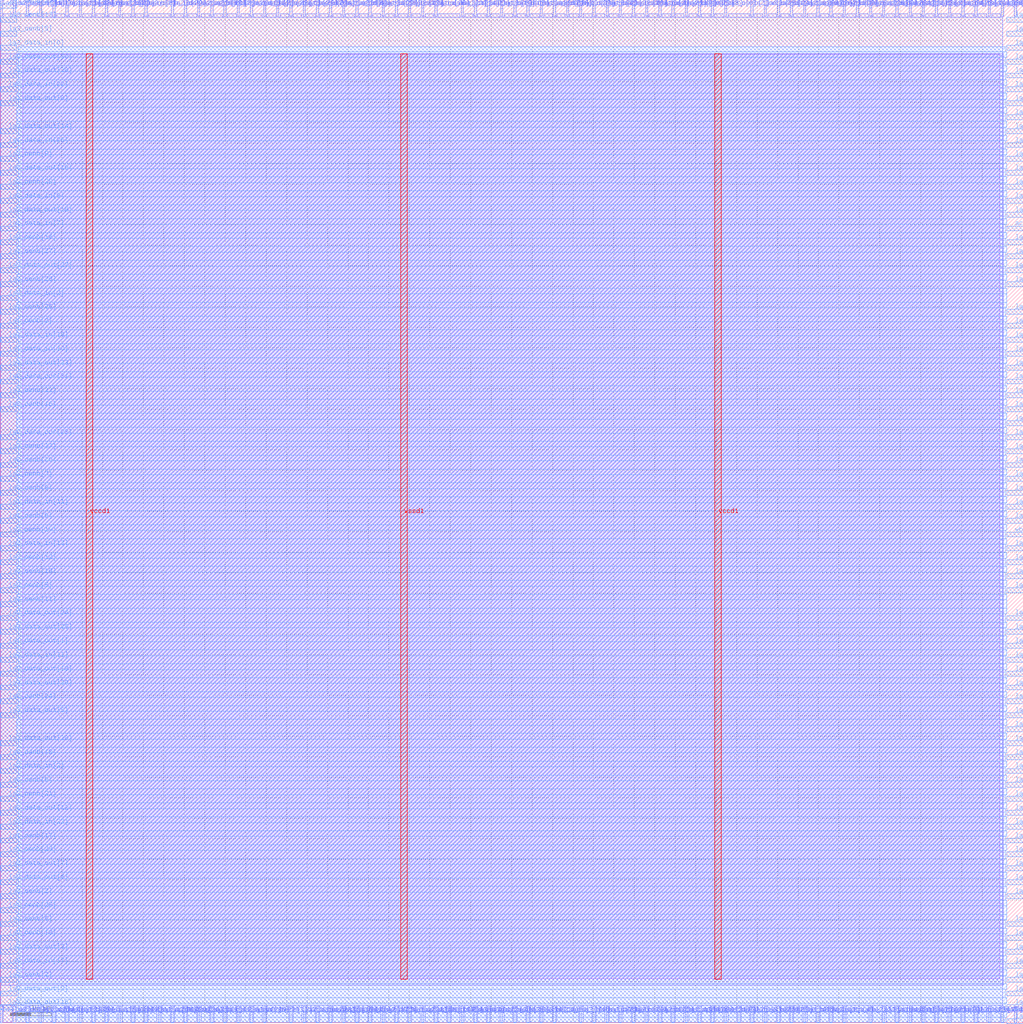
<source format=lef>
VERSION 5.7 ;
  NOWIREEXTENSIONATPIN ON ;
  DIVIDERCHAR "/" ;
  BUSBITCHARS "[]" ;
MACRO wrapped_instrumented_adder_sklansky
  CLASS BLOCK ;
  FOREIGN wrapped_instrumented_adder_sklansky ;
  ORIGIN 0.000 0.000 ;
  SIZE 250.000 BY 250.000 ;
  PIN active
    DIRECTION INPUT ;
    USE SIGNAL ;
    PORT
      LAYER met3 ;
        RECT 246.000 193.540 250.000 194.740 ;
    END
  END active
  PIN la1_data_in[0]
    DIRECTION INPUT ;
    USE SIGNAL ;
    PORT
      LAYER met2 ;
        RECT 64.350 246.000 64.910 250.000 ;
    END
  END la1_data_in[0]
  PIN la1_data_in[10]
    DIRECTION INPUT ;
    USE SIGNAL ;
    PORT
      LAYER met3 ;
        RECT 0.000 162.940 4.000 164.140 ;
    END
  END la1_data_in[10]
  PIN la1_data_in[11]
    DIRECTION INPUT ;
    USE SIGNAL ;
    PORT
      LAYER met3 ;
        RECT 0.000 125.540 4.000 126.740 ;
    END
  END la1_data_in[11]
  PIN la1_data_in[12]
    DIRECTION INPUT ;
    USE SIGNAL ;
    PORT
      LAYER met2 ;
        RECT 12.830 246.000 13.390 250.000 ;
    END
  END la1_data_in[12]
  PIN la1_data_in[13]
    DIRECTION INPUT ;
    USE SIGNAL ;
    PORT
      LAYER met3 ;
        RECT 246.000 169.740 250.000 170.940 ;
    END
  END la1_data_in[13]
  PIN la1_data_in[14]
    DIRECTION INPUT ;
    USE SIGNAL ;
    PORT
      LAYER met2 ;
        RECT 148.070 0.000 148.630 4.000 ;
    END
  END la1_data_in[14]
  PIN la1_data_in[15]
    DIRECTION INPUT ;
    USE SIGNAL ;
    PORT
      LAYER met2 ;
        RECT 77.230 0.000 77.790 4.000 ;
    END
  END la1_data_in[15]
  PIN la1_data_in[16]
    DIRECTION INPUT ;
    USE SIGNAL ;
    PORT
      LAYER met2 ;
        RECT 148.070 246.000 148.630 250.000 ;
    END
  END la1_data_in[16]
  PIN la1_data_in[17]
    DIRECTION INPUT ;
    USE SIGNAL ;
    PORT
      LAYER met2 ;
        RECT 93.330 246.000 93.890 250.000 ;
    END
  END la1_data_in[17]
  PIN la1_data_in[18]
    DIRECTION INPUT ;
    USE SIGNAL ;
    PORT
      LAYER met3 ;
        RECT 0.000 166.340 4.000 167.540 ;
    END
  END la1_data_in[18]
  PIN la1_data_in[19]
    DIRECTION INPUT ;
    USE SIGNAL ;
    PORT
      LAYER met3 ;
        RECT 246.000 20.140 250.000 21.340 ;
    END
  END la1_data_in[19]
  PIN la1_data_in[1]
    DIRECTION INPUT ;
    USE SIGNAL ;
    PORT
      LAYER met2 ;
        RECT 109.430 0.000 109.990 4.000 ;
    END
  END la1_data_in[1]
  PIN la1_data_in[20]
    DIRECTION INPUT ;
    USE SIGNAL ;
    PORT
      LAYER met2 ;
        RECT 180.270 0.000 180.830 4.000 ;
    END
  END la1_data_in[20]
  PIN la1_data_in[21]
    DIRECTION INPUT ;
    USE SIGNAL ;
    PORT
      LAYER met3 ;
        RECT 246.000 47.340 250.000 48.540 ;
    END
  END la1_data_in[21]
  PIN la1_data_in[22]
    DIRECTION INPUT ;
    USE SIGNAL ;
    PORT
      LAYER met2 ;
        RECT 235.010 0.000 235.570 4.000 ;
    END
  END la1_data_in[22]
  PIN la1_data_in[23]
    DIRECTION INPUT ;
    USE SIGNAL ;
    PORT
      LAYER met2 ;
        RECT 218.910 0.000 219.470 4.000 ;
    END
  END la1_data_in[23]
  PIN la1_data_in[24]
    DIRECTION INPUT ;
    USE SIGNAL ;
    PORT
      LAYER met3 ;
        RECT 246.000 3.140 250.000 4.340 ;
    END
  END la1_data_in[24]
  PIN la1_data_in[25]
    DIRECTION INPUT ;
    USE SIGNAL ;
    PORT
      LAYER met2 ;
        RECT 241.450 0.000 242.010 4.000 ;
    END
  END la1_data_in[25]
  PIN la1_data_in[26]
    DIRECTION INPUT ;
    USE SIGNAL ;
    PORT
      LAYER met3 ;
        RECT 0.000 213.940 4.000 215.140 ;
    END
  END la1_data_in[26]
  PIN la1_data_in[27]
    DIRECTION INPUT ;
    USE SIGNAL ;
    PORT
      LAYER met3 ;
        RECT 246.000 230.940 250.000 232.140 ;
    END
  END la1_data_in[27]
  PIN la1_data_in[28]
    DIRECTION INPUT ;
    USE SIGNAL ;
    PORT
      LAYER met3 ;
        RECT 246.000 145.940 250.000 147.140 ;
    END
  END la1_data_in[28]
  PIN la1_data_in[29]
    DIRECTION INPUT ;
    USE SIGNAL ;
    PORT
      LAYER met3 ;
        RECT 246.000 115.340 250.000 116.540 ;
    END
  END la1_data_in[29]
  PIN la1_data_in[2]
    DIRECTION INPUT ;
    USE SIGNAL ;
    PORT
      LAYER met2 ;
        RECT 25.710 0.000 26.270 4.000 ;
    END
  END la1_data_in[2]
  PIN la1_data_in[30]
    DIRECTION INPUT ;
    USE SIGNAL ;
    PORT
      LAYER met3 ;
        RECT 246.000 37.140 250.000 38.340 ;
    END
  END la1_data_in[30]
  PIN la1_data_in[31]
    DIRECTION INPUT ;
    USE SIGNAL ;
    PORT
      LAYER met2 ;
        RECT 9.610 246.000 10.170 250.000 ;
    END
  END la1_data_in[31]
  PIN la1_data_in[3]
    DIRECTION INPUT ;
    USE SIGNAL ;
    PORT
      LAYER met2 ;
        RECT 206.030 0.000 206.590 4.000 ;
    END
  END la1_data_in[3]
  PIN la1_data_in[4]
    DIRECTION INPUT ;
    USE SIGNAL ;
    PORT
      LAYER met2 ;
        RECT 199.590 0.000 200.150 4.000 ;
    END
  END la1_data_in[4]
  PIN la1_data_in[5]
    DIRECTION INPUT ;
    USE SIGNAL ;
    PORT
      LAYER met3 ;
        RECT 246.000 166.340 250.000 167.540 ;
    END
  END la1_data_in[5]
  PIN la1_data_in[6]
    DIRECTION INPUT ;
    USE SIGNAL ;
    PORT
      LAYER met3 ;
        RECT 246.000 43.940 250.000 45.140 ;
    END
  END la1_data_in[6]
  PIN la1_data_in[7]
    DIRECTION INPUT ;
    USE SIGNAL ;
    PORT
      LAYER met3 ;
        RECT 0.000 193.540 4.000 194.740 ;
    END
  END la1_data_in[7]
  PIN la1_data_in[8]
    DIRECTION INPUT ;
    USE SIGNAL ;
    PORT
      LAYER met2 ;
        RECT 196.370 0.000 196.930 4.000 ;
    END
  END la1_data_in[8]
  PIN la1_data_in[9]
    DIRECTION INPUT ;
    USE SIGNAL ;
    PORT
      LAYER met2 ;
        RECT 177.050 0.000 177.610 4.000 ;
    END
  END la1_data_in[9]
  PIN la1_data_out[0]
    DIRECTION INOUT ;
    USE SIGNAL ;
    PORT
      LAYER met3 ;
        RECT 0.000 224.140 4.000 225.340 ;
    END
  END la1_data_out[0]
  PIN la1_data_out[10]
    DIRECTION INOUT ;
    USE SIGNAL ;
    PORT
      LAYER met2 ;
        RECT 160.950 246.000 161.510 250.000 ;
    END
  END la1_data_out[10]
  PIN la1_data_out[11]
    DIRECTION INOUT ;
    USE SIGNAL ;
    PORT
      LAYER met2 ;
        RECT 99.770 0.000 100.330 4.000 ;
    END
  END la1_data_out[11]
  PIN la1_data_out[12]
    DIRECTION INOUT ;
    USE SIGNAL ;
    PORT
      LAYER met3 ;
        RECT 246.000 190.140 250.000 191.340 ;
    END
  END la1_data_out[12]
  PIN la1_data_out[13]
    DIRECTION INOUT ;
    USE SIGNAL ;
    PORT
      LAYER met3 ;
        RECT 246.000 139.140 250.000 140.340 ;
    END
  END la1_data_out[13]
  PIN la1_data_out[14]
    DIRECTION INOUT ;
    USE SIGNAL ;
    PORT
      LAYER met2 ;
        RECT 106.210 246.000 106.770 250.000 ;
    END
  END la1_data_out[14]
  PIN la1_data_out[15]
    DIRECTION INOUT ;
    USE SIGNAL ;
    PORT
      LAYER met2 ;
        RECT 54.690 0.000 55.250 4.000 ;
    END
  END la1_data_out[15]
  PIN la1_data_out[16]
    DIRECTION INOUT ;
    USE SIGNAL ;
    PORT
      LAYER met2 ;
        RECT 125.530 246.000 126.090 250.000 ;
    END
  END la1_data_out[16]
  PIN la1_data_out[17]
    DIRECTION INOUT ;
    USE SIGNAL ;
    PORT
      LAYER met2 ;
        RECT 54.690 246.000 55.250 250.000 ;
    END
  END la1_data_out[17]
  PIN la1_data_out[18]
    DIRECTION INOUT ;
    USE SIGNAL ;
    PORT
      LAYER met2 ;
        RECT 128.750 246.000 129.310 250.000 ;
    END
  END la1_data_out[18]
  PIN la1_data_out[19]
    DIRECTION INOUT ;
    USE SIGNAL ;
    PORT
      LAYER met3 ;
        RECT 246.000 81.340 250.000 82.540 ;
    END
  END la1_data_out[19]
  PIN la1_data_out[1]
    DIRECTION INOUT ;
    USE SIGNAL ;
    PORT
      LAYER met3 ;
        RECT 0.000 91.540 4.000 92.740 ;
    END
  END la1_data_out[1]
  PIN la1_data_out[20]
    DIRECTION INOUT ;
    USE SIGNAL ;
    PORT
      LAYER met3 ;
        RECT 0.000 230.940 4.000 232.140 ;
    END
  END la1_data_out[20]
  PIN la1_data_out[21]
    DIRECTION INOUT ;
    USE SIGNAL ;
    PORT
      LAYER met2 ;
        RECT 167.390 0.000 167.950 4.000 ;
    END
  END la1_data_out[21]
  PIN la1_data_out[22]
    DIRECTION INOUT ;
    USE SIGNAL ;
    PORT
      LAYER met2 ;
        RECT 19.270 246.000 19.830 250.000 ;
    END
  END la1_data_out[22]
  PIN la1_data_out[23]
    DIRECTION INOUT ;
    USE SIGNAL ;
    PORT
      LAYER met3 ;
        RECT 0.000 159.540 4.000 160.740 ;
    END
  END la1_data_out[23]
  PIN la1_data_out[24]
    DIRECTION INOUT ;
    USE SIGNAL ;
    PORT
      LAYER met2 ;
        RECT 215.690 0.000 216.250 4.000 ;
    END
  END la1_data_out[24]
  PIN la1_data_out[25]
    DIRECTION INOUT ;
    USE SIGNAL ;
    PORT
      LAYER met2 ;
        RECT 235.010 246.000 235.570 250.000 ;
    END
  END la1_data_out[25]
  PIN la1_data_out[26]
    DIRECTION INOUT ;
    USE SIGNAL ;
    PORT
      LAYER met3 ;
        RECT 246.000 237.740 250.000 238.940 ;
    END
  END la1_data_out[26]
  PIN la1_data_out[27]
    DIRECTION INOUT ;
    USE SIGNAL ;
    PORT
      LAYER met3 ;
        RECT 246.000 105.140 250.000 106.340 ;
    END
  END la1_data_out[27]
  PIN la1_data_out[28]
    DIRECTION INOUT ;
    USE SIGNAL ;
    PORT
      LAYER met3 ;
        RECT 246.000 207.140 250.000 208.340 ;
    END
  END la1_data_out[28]
  PIN la1_data_out[29]
    DIRECTION INOUT ;
    USE SIGNAL ;
    PORT
      LAYER met2 ;
        RECT 193.150 246.000 193.710 250.000 ;
    END
  END la1_data_out[29]
  PIN la1_data_out[2]
    DIRECTION INOUT ;
    USE SIGNAL ;
    PORT
      LAYER met2 ;
        RECT 225.350 0.000 225.910 4.000 ;
    END
  END la1_data_out[2]
  PIN la1_data_out[30]
    DIRECTION INOUT ;
    USE SIGNAL ;
    PORT
      LAYER met2 ;
        RECT 38.590 0.000 39.150 4.000 ;
    END
  END la1_data_out[30]
  PIN la1_data_out[31]
    DIRECTION INOUT ;
    USE SIGNAL ;
    PORT
      LAYER met2 ;
        RECT 212.470 246.000 213.030 250.000 ;
    END
  END la1_data_out[31]
  PIN la1_data_out[3]
    DIRECTION INOUT ;
    USE SIGNAL ;
    PORT
      LAYER met2 ;
        RECT 86.890 0.000 87.450 4.000 ;
    END
  END la1_data_out[3]
  PIN la1_data_out[4]
    DIRECTION INOUT ;
    USE SIGNAL ;
    PORT
      LAYER met3 ;
        RECT 246.000 128.940 250.000 130.140 ;
    END
  END la1_data_out[4]
  PIN la1_data_out[5]
    DIRECTION INOUT ;
    USE SIGNAL ;
    PORT
      LAYER met2 ;
        RECT 19.270 0.000 19.830 4.000 ;
    END
  END la1_data_out[5]
  PIN la1_data_out[6]
    DIRECTION INOUT ;
    USE SIGNAL ;
    PORT
      LAYER met3 ;
        RECT 246.000 196.940 250.000 198.140 ;
    END
  END la1_data_out[6]
  PIN la1_data_out[7]
    DIRECTION INOUT ;
    USE SIGNAL ;
    PORT
      LAYER met2 ;
        RECT 135.190 246.000 135.750 250.000 ;
    END
  END la1_data_out[7]
  PIN la1_data_out[8]
    DIRECTION INOUT ;
    USE SIGNAL ;
    PORT
      LAYER met2 ;
        RECT 199.590 246.000 200.150 250.000 ;
    END
  END la1_data_out[8]
  PIN la1_data_out[9]
    DIRECTION INOUT ;
    USE SIGNAL ;
    PORT
      LAYER met3 ;
        RECT 246.000 60.940 250.000 62.140 ;
    END
  END la1_data_out[9]
  PIN la1_oenb[0]
    DIRECTION INPUT ;
    USE SIGNAL ;
    PORT
      LAYER met2 ;
        RECT 74.010 246.000 74.570 250.000 ;
    END
  END la1_oenb[0]
  PIN la1_oenb[10]
    DIRECTION INPUT ;
    USE SIGNAL ;
    PORT
      LAYER met3 ;
        RECT 246.000 98.340 250.000 99.540 ;
    END
  END la1_oenb[10]
  PIN la1_oenb[11]
    DIRECTION INPUT ;
    USE SIGNAL ;
    PORT
      LAYER met3 ;
        RECT 246.000 67.740 250.000 68.940 ;
    END
  END la1_oenb[11]
  PIN la1_oenb[12]
    DIRECTION INPUT ;
    USE SIGNAL ;
    PORT
      LAYER met3 ;
        RECT 246.000 135.740 250.000 136.940 ;
    END
  END la1_oenb[12]
  PIN la1_oenb[13]
    DIRECTION INPUT ;
    USE SIGNAL ;
    PORT
      LAYER met2 ;
        RECT 64.350 0.000 64.910 4.000 ;
    END
  END la1_oenb[13]
  PIN la1_oenb[14]
    DIRECTION INPUT ;
    USE SIGNAL ;
    PORT
      LAYER met3 ;
        RECT 246.000 217.340 250.000 218.540 ;
    END
  END la1_oenb[14]
  PIN la1_oenb[15]
    DIRECTION INPUT ;
    USE SIGNAL ;
    PORT
      LAYER met2 ;
        RECT 96.550 246.000 97.110 250.000 ;
    END
  END la1_oenb[15]
  PIN la1_oenb[16]
    DIRECTION INPUT ;
    USE SIGNAL ;
    PORT
      LAYER met2 ;
        RECT 122.310 246.000 122.870 250.000 ;
    END
  END la1_oenb[16]
  PIN la1_oenb[17]
    DIRECTION INPUT ;
    USE SIGNAL ;
    PORT
      LAYER met3 ;
        RECT 0.000 43.940 4.000 45.140 ;
    END
  END la1_oenb[17]
  PIN la1_oenb[18]
    DIRECTION INPUT ;
    USE SIGNAL ;
    PORT
      LAYER met2 ;
        RECT 131.970 246.000 132.530 250.000 ;
    END
  END la1_oenb[18]
  PIN la1_oenb[19]
    DIRECTION INPUT ;
    USE SIGNAL ;
    PORT
      LAYER met3 ;
        RECT 246.000 23.540 250.000 24.740 ;
    END
  END la1_oenb[19]
  PIN la1_oenb[1]
    DIRECTION INPUT ;
    USE SIGNAL ;
    PORT
      LAYER met3 ;
        RECT 246.000 241.140 250.000 242.340 ;
    END
  END la1_oenb[1]
  PIN la1_oenb[20]
    DIRECTION INPUT ;
    USE SIGNAL ;
    PORT
      LAYER met2 ;
        RECT 106.210 0.000 106.770 4.000 ;
    END
  END la1_oenb[20]
  PIN la1_oenb[21]
    DIRECTION INPUT ;
    USE SIGNAL ;
    PORT
      LAYER met2 ;
        RECT 112.650 246.000 113.210 250.000 ;
    END
  END la1_oenb[21]
  PIN la1_oenb[22]
    DIRECTION INPUT ;
    USE SIGNAL ;
    PORT
      LAYER met2 ;
        RECT 61.130 0.000 61.690 4.000 ;
    END
  END la1_oenb[22]
  PIN la1_oenb[23]
    DIRECTION INPUT ;
    USE SIGNAL ;
    PORT
      LAYER met3 ;
        RECT 0.000 247.940 4.000 249.140 ;
    END
  END la1_oenb[23]
  PIN la1_oenb[24]
    DIRECTION INPUT ;
    USE SIGNAL ;
    PORT
      LAYER met2 ;
        RECT 247.890 0.000 248.450 4.000 ;
    END
  END la1_oenb[24]
  PIN la1_oenb[25]
    DIRECTION INPUT ;
    USE SIGNAL ;
    PORT
      LAYER met3 ;
        RECT 0.000 26.940 4.000 28.140 ;
    END
  END la1_oenb[25]
  PIN la1_oenb[26]
    DIRECTION INPUT ;
    USE SIGNAL ;
    PORT
      LAYER met3 ;
        RECT 0.000 173.140 4.000 174.340 ;
    END
  END la1_oenb[26]
  PIN la1_oenb[27]
    DIRECTION INPUT ;
    USE SIGNAL ;
    PORT
      LAYER met3 ;
        RECT 0.000 186.740 4.000 187.940 ;
    END
  END la1_oenb[27]
  PIN la1_oenb[28]
    DIRECTION INPUT ;
    USE SIGNAL ;
    PORT
      LAYER met3 ;
        RECT 0.000 40.540 4.000 41.740 ;
    END
  END la1_oenb[28]
  PIN la1_oenb[29]
    DIRECTION INPUT ;
    USE SIGNAL ;
    PORT
      LAYER met3 ;
        RECT 246.000 71.140 250.000 72.340 ;
    END
  END la1_oenb[29]
  PIN la1_oenb[2]
    DIRECTION INPUT ;
    USE SIGNAL ;
    PORT
      LAYER met3 ;
        RECT 0.000 169.740 4.000 170.940 ;
    END
  END la1_oenb[2]
  PIN la1_oenb[30]
    DIRECTION INPUT ;
    USE SIGNAL ;
    PORT
      LAYER met3 ;
        RECT 246.000 152.740 250.000 153.940 ;
    END
  END la1_oenb[30]
  PIN la1_oenb[31]
    DIRECTION INPUT ;
    USE SIGNAL ;
    PORT
      LAYER met2 ;
        RECT 25.710 246.000 26.270 250.000 ;
    END
  END la1_oenb[31]
  PIN la1_oenb[3]
    DIRECTION INPUT ;
    USE SIGNAL ;
    PORT
      LAYER met2 ;
        RECT 57.910 0.000 58.470 4.000 ;
    END
  END la1_oenb[3]
  PIN la1_oenb[4]
    DIRECTION INPUT ;
    USE SIGNAL ;
    PORT
      LAYER met2 ;
        RECT 28.930 0.000 29.490 4.000 ;
    END
  END la1_oenb[4]
  PIN la1_oenb[5]
    DIRECTION INPUT ;
    USE SIGNAL ;
    PORT
      LAYER met2 ;
        RECT 83.670 246.000 84.230 250.000 ;
    END
  END la1_oenb[5]
  PIN la1_oenb[6]
    DIRECTION INPUT ;
    USE SIGNAL ;
    PORT
      LAYER met3 ;
        RECT 0.000 23.540 4.000 24.740 ;
    END
  END la1_oenb[6]
  PIN la1_oenb[7]
    DIRECTION INPUT ;
    USE SIGNAL ;
    PORT
      LAYER met3 ;
        RECT 246.000 213.940 250.000 215.140 ;
    END
  END la1_oenb[7]
  PIN la1_oenb[8]
    DIRECTION INPUT ;
    USE SIGNAL ;
    PORT
      LAYER met3 ;
        RECT 0.000 122.140 4.000 123.340 ;
    END
  END la1_oenb[8]
  PIN la1_oenb[9]
    DIRECTION INPUT ;
    USE SIGNAL ;
    PORT
      LAYER met2 ;
        RECT 228.570 0.000 229.130 4.000 ;
    END
  END la1_oenb[9]
  PIN la2_data_in[0]
    DIRECTION INPUT ;
    USE SIGNAL ;
    PORT
      LAYER met3 ;
        RECT 0.000 237.740 4.000 238.940 ;
    END
  END la2_data_in[0]
  PIN la2_data_in[10]
    DIRECTION INPUT ;
    USE SIGNAL ;
    PORT
      LAYER met2 ;
        RECT 12.830 0.000 13.390 4.000 ;
    END
  END la2_data_in[10]
  PIN la2_data_in[11]
    DIRECTION INPUT ;
    USE SIGNAL ;
    PORT
      LAYER met3 ;
        RECT 0.000 88.140 4.000 89.340 ;
    END
  END la2_data_in[11]
  PIN la2_data_in[12]
    DIRECTION INPUT ;
    USE SIGNAL ;
    PORT
      LAYER met2 ;
        RECT 218.910 246.000 219.470 250.000 ;
    END
  END la2_data_in[12]
  PIN la2_data_in[13]
    DIRECTION INPUT ;
    USE SIGNAL ;
    PORT
      LAYER met3 ;
        RECT 0.000 115.340 4.000 116.540 ;
    END
  END la2_data_in[13]
  PIN la2_data_in[14]
    DIRECTION INPUT ;
    USE SIGNAL ;
    PORT
      LAYER met2 ;
        RECT 80.450 0.000 81.010 4.000 ;
    END
  END la2_data_in[14]
  PIN la2_data_in[15]
    DIRECTION INPUT ;
    USE SIGNAL ;
    PORT
      LAYER met2 ;
        RECT 238.230 246.000 238.790 250.000 ;
    END
  END la2_data_in[15]
  PIN la2_data_in[16]
    DIRECTION INPUT ;
    USE SIGNAL ;
    PORT
      LAYER met3 ;
        RECT 246.000 -0.260 250.000 0.940 ;
    END
  END la2_data_in[16]
  PIN la2_data_in[17]
    DIRECTION INPUT ;
    USE SIGNAL ;
    PORT
      LAYER met3 ;
        RECT 246.000 159.540 250.000 160.740 ;
    END
  END la2_data_in[17]
  PIN la2_data_in[18]
    DIRECTION INPUT ;
    USE SIGNAL ;
    PORT
      LAYER met2 ;
        RECT 45.030 246.000 45.590 250.000 ;
    END
  END la2_data_in[18]
  PIN la2_data_in[19]
    DIRECTION INPUT ;
    USE SIGNAL ;
    PORT
      LAYER met3 ;
        RECT 246.000 6.540 250.000 7.740 ;
    END
  END la2_data_in[19]
  PIN la2_data_in[1]
    DIRECTION INPUT ;
    USE SIGNAL ;
    PORT
      LAYER met3 ;
        RECT 246.000 108.540 250.000 109.740 ;
    END
  END la2_data_in[1]
  PIN la2_data_in[20]
    DIRECTION INPUT ;
    USE SIGNAL ;
    PORT
      LAYER met2 ;
        RECT 41.810 0.000 42.370 4.000 ;
    END
  END la2_data_in[20]
  PIN la2_data_in[21]
    DIRECTION INPUT ;
    USE SIGNAL ;
    PORT
      LAYER met2 ;
        RECT 141.630 0.000 142.190 4.000 ;
    END
  END la2_data_in[21]
  PIN la2_data_in[22]
    DIRECTION INPUT ;
    USE SIGNAL ;
    PORT
      LAYER met2 ;
        RECT 61.130 246.000 61.690 250.000 ;
    END
  END la2_data_in[22]
  PIN la2_data_in[23]
    DIRECTION INPUT ;
    USE SIGNAL ;
    PORT
      LAYER met2 ;
        RECT 228.570 246.000 229.130 250.000 ;
    END
  END la2_data_in[23]
  PIN la2_data_in[24]
    DIRECTION INPUT ;
    USE SIGNAL ;
    PORT
      LAYER met2 ;
        RECT 80.450 246.000 81.010 250.000 ;
    END
  END la2_data_in[24]
  PIN la2_data_in[25]
    DIRECTION INPUT ;
    USE SIGNAL ;
    PORT
      LAYER met2 ;
        RECT 102.990 0.000 103.550 4.000 ;
    END
  END la2_data_in[25]
  PIN la2_data_in[26]
    DIRECTION INPUT ;
    USE SIGNAL ;
    PORT
      LAYER met2 ;
        RECT 99.770 246.000 100.330 250.000 ;
    END
  END la2_data_in[26]
  PIN la2_data_in[27]
    DIRECTION INPUT ;
    USE SIGNAL ;
    PORT
      LAYER met2 ;
        RECT 231.790 0.000 232.350 4.000 ;
    END
  END la2_data_in[27]
  PIN la2_data_in[28]
    DIRECTION INPUT ;
    USE SIGNAL ;
    PORT
      LAYER met2 ;
        RECT 67.570 246.000 68.130 250.000 ;
    END
  END la2_data_in[28]
  PIN la2_data_in[29]
    DIRECTION INPUT ;
    USE SIGNAL ;
    PORT
      LAYER met2 ;
        RECT 35.370 246.000 35.930 250.000 ;
    END
  END la2_data_in[29]
  PIN la2_data_in[2]
    DIRECTION INPUT ;
    USE SIGNAL ;
    PORT
      LAYER met3 ;
        RECT 0.000 60.940 4.000 62.140 ;
    END
  END la2_data_in[2]
  PIN la2_data_in[30]
    DIRECTION INPUT ;
    USE SIGNAL ;
    PORT
      LAYER met3 ;
        RECT 246.000 16.740 250.000 17.940 ;
    END
  END la2_data_in[30]
  PIN la2_data_in[31]
    DIRECTION INPUT ;
    USE SIGNAL ;
    PORT
      LAYER met2 ;
        RECT 122.310 0.000 122.870 4.000 ;
    END
  END la2_data_in[31]
  PIN la2_data_in[3]
    DIRECTION INPUT ;
    USE SIGNAL ;
    PORT
      LAYER met2 ;
        RECT 196.370 246.000 196.930 250.000 ;
    END
  END la2_data_in[3]
  PIN la2_data_in[4]
    DIRECTION INPUT ;
    USE SIGNAL ;
    PORT
      LAYER met2 ;
        RECT 154.510 246.000 155.070 250.000 ;
    END
  END la2_data_in[4]
  PIN la2_data_in[5]
    DIRECTION INPUT ;
    USE SIGNAL ;
    PORT
      LAYER met2 ;
        RECT 222.130 246.000 222.690 250.000 ;
    END
  END la2_data_in[5]
  PIN la2_data_in[6]
    DIRECTION INPUT ;
    USE SIGNAL ;
    PORT
      LAYER met2 ;
        RECT 135.190 0.000 135.750 4.000 ;
    END
  END la2_data_in[6]
  PIN la2_data_in[7]
    DIRECTION INPUT ;
    USE SIGNAL ;
    PORT
      LAYER met2 ;
        RECT 189.930 0.000 190.490 4.000 ;
    END
  END la2_data_in[7]
  PIN la2_data_in[8]
    DIRECTION INPUT ;
    USE SIGNAL ;
    PORT
      LAYER met2 ;
        RECT 57.910 246.000 58.470 250.000 ;
    END
  END la2_data_in[8]
  PIN la2_data_in[9]
    DIRECTION INPUT ;
    USE SIGNAL ;
    PORT
      LAYER met3 ;
        RECT 0.000 200.340 4.000 201.540 ;
    END
  END la2_data_in[9]
  PIN la2_data_out[0]
    DIRECTION INOUT ;
    USE SIGNAL ;
    PORT
      LAYER met3 ;
        RECT 246.000 132.340 250.000 133.540 ;
    END
  END la2_data_out[0]
  PIN la2_data_out[10]
    DIRECTION INOUT ;
    USE SIGNAL ;
    PORT
      LAYER met3 ;
        RECT 246.000 156.140 250.000 157.340 ;
    END
  END la2_data_out[10]
  PIN la2_data_out[11]
    DIRECTION INOUT ;
    USE SIGNAL ;
    PORT
      LAYER met2 ;
        RECT -0.050 246.000 0.510 250.000 ;
    END
  END la2_data_out[11]
  PIN la2_data_out[12]
    DIRECTION INOUT ;
    USE SIGNAL ;
    PORT
      LAYER met3 ;
        RECT 0.000 50.740 4.000 51.940 ;
    END
  END la2_data_out[12]
  PIN la2_data_out[13]
    DIRECTION INOUT ;
    USE SIGNAL ;
    PORT
      LAYER met2 ;
        RECT 160.950 0.000 161.510 4.000 ;
    END
  END la2_data_out[13]
  PIN la2_data_out[14]
    DIRECTION INOUT ;
    USE SIGNAL ;
    PORT
      LAYER met3 ;
        RECT 0.000 217.340 4.000 218.540 ;
    END
  END la2_data_out[14]
  PIN la2_data_out[15]
    DIRECTION INOUT ;
    USE SIGNAL ;
    PORT
      LAYER met3 ;
        RECT 0.000 196.940 4.000 198.140 ;
    END
  END la2_data_out[15]
  PIN la2_data_out[16]
    DIRECTION INOUT ;
    USE SIGNAL ;
    PORT
      LAYER met2 ;
        RECT 77.230 246.000 77.790 250.000 ;
    END
  END la2_data_out[16]
  PIN la2_data_out[17]
    DIRECTION INOUT ;
    USE SIGNAL ;
    PORT
      LAYER met2 ;
        RECT 86.890 246.000 87.450 250.000 ;
    END
  END la2_data_out[17]
  PIN la2_data_out[18]
    DIRECTION INOUT ;
    USE SIGNAL ;
    PORT
      LAYER met3 ;
        RECT 0.000 84.740 4.000 85.940 ;
    END
  END la2_data_out[18]
  PIN la2_data_out[19]
    DIRECTION INOUT ;
    USE SIGNAL ;
    PORT
      LAYER met2 ;
        RECT 41.810 246.000 42.370 250.000 ;
    END
  END la2_data_out[19]
  PIN la2_data_out[1]
    DIRECTION INOUT ;
    USE SIGNAL ;
    PORT
      LAYER met3 ;
        RECT 246.000 234.340 250.000 235.540 ;
    END
  END la2_data_out[1]
  PIN la2_data_out[20]
    DIRECTION INOUT ;
    USE SIGNAL ;
    PORT
      LAYER met3 ;
        RECT 0.000 67.740 4.000 68.940 ;
    END
  END la2_data_out[20]
  PIN la2_data_out[21]
    DIRECTION INOUT ;
    USE SIGNAL ;
    PORT
      LAYER met2 ;
        RECT 93.330 0.000 93.890 4.000 ;
    END
  END la2_data_out[21]
  PIN la2_data_out[22]
    DIRECTION INOUT ;
    USE SIGNAL ;
    PORT
      LAYER met3 ;
        RECT 246.000 149.340 250.000 150.540 ;
    END
  END la2_data_out[22]
  PIN la2_data_out[23]
    DIRECTION INOUT ;
    USE SIGNAL ;
    PORT
      LAYER met3 ;
        RECT 0.000 142.540 4.000 143.740 ;
    END
  END la2_data_out[23]
  PIN la2_data_out[24]
    DIRECTION INOUT ;
    USE SIGNAL ;
    PORT
      LAYER met3 ;
        RECT 0.000 98.340 4.000 99.540 ;
    END
  END la2_data_out[24]
  PIN la2_data_out[25]
    DIRECTION INOUT ;
    USE SIGNAL ;
    PORT
      LAYER met2 ;
        RECT 206.030 246.000 206.590 250.000 ;
    END
  END la2_data_out[25]
  PIN la2_data_out[26]
    DIRECTION INOUT ;
    USE SIGNAL ;
    PORT
      LAYER met2 ;
        RECT 96.550 0.000 97.110 4.000 ;
    END
  END la2_data_out[26]
  PIN la2_data_out[27]
    DIRECTION INOUT ;
    USE SIGNAL ;
    PORT
      LAYER met2 ;
        RECT 189.930 246.000 190.490 250.000 ;
    END
  END la2_data_out[27]
  PIN la2_data_out[28]
    DIRECTION INOUT ;
    USE SIGNAL ;
    PORT
      LAYER met3 ;
        RECT 246.000 142.540 250.000 143.740 ;
    END
  END la2_data_out[28]
  PIN la2_data_out[29]
    DIRECTION INOUT ;
    USE SIGNAL ;
    PORT
      LAYER met2 ;
        RECT 212.470 0.000 213.030 4.000 ;
    END
  END la2_data_out[29]
  PIN la2_data_out[2]
    DIRECTION INOUT ;
    USE SIGNAL ;
    PORT
      LAYER met3 ;
        RECT 0.000 6.540 4.000 7.740 ;
    END
  END la2_data_out[2]
  PIN la2_data_out[30]
    DIRECTION INOUT ;
    USE SIGNAL ;
    PORT
      LAYER met3 ;
        RECT 0.000 234.340 4.000 235.540 ;
    END
  END la2_data_out[30]
  PIN la2_data_out[31]
    DIRECTION INOUT ;
    USE SIGNAL ;
    PORT
      LAYER met3 ;
        RECT 0.000 156.140 4.000 157.340 ;
    END
  END la2_data_out[31]
  PIN la2_data_out[3]
    DIRECTION INOUT ;
    USE SIGNAL ;
    PORT
      LAYER met3 ;
        RECT 0.000 16.740 4.000 17.940 ;
    END
  END la2_data_out[3]
  PIN la2_data_out[4]
    DIRECTION INOUT ;
    USE SIGNAL ;
    PORT
      LAYER met3 ;
        RECT 0.000 33.740 4.000 34.940 ;
    END
  END la2_data_out[4]
  PIN la2_data_out[5]
    DIRECTION INOUT ;
    USE SIGNAL ;
    PORT
      LAYER met2 ;
        RECT 154.510 0.000 155.070 4.000 ;
    END
  END la2_data_out[5]
  PIN la2_data_out[6]
    DIRECTION INOUT ;
    USE SIGNAL ;
    PORT
      LAYER met2 ;
        RECT 74.010 0.000 74.570 4.000 ;
    END
  END la2_data_out[6]
  PIN la2_data_out[7]
    DIRECTION INOUT ;
    USE SIGNAL ;
    PORT
      LAYER met3 ;
        RECT 0.000 37.140 4.000 38.340 ;
    END
  END la2_data_out[7]
  PIN la2_data_out[8]
    DIRECTION INOUT ;
    USE SIGNAL ;
    PORT
      LAYER met3 ;
        RECT 246.000 40.540 250.000 41.740 ;
    END
  END la2_data_out[8]
  PIN la2_data_out[9]
    DIRECTION INOUT ;
    USE SIGNAL ;
    PORT
      LAYER met3 ;
        RECT 246.000 77.940 250.000 79.140 ;
    END
  END la2_data_out[9]
  PIN la2_oenb[0]
    DIRECTION INPUT ;
    USE SIGNAL ;
    PORT
      LAYER met2 ;
        RECT 173.830 246.000 174.390 250.000 ;
    END
  END la2_oenb[0]
  PIN la2_oenb[10]
    DIRECTION INPUT ;
    USE SIGNAL ;
    PORT
      LAYER met3 ;
        RECT 0.000 118.740 4.000 119.940 ;
    END
  END la2_oenb[10]
  PIN la2_oenb[11]
    DIRECTION INPUT ;
    USE SIGNAL ;
    PORT
      LAYER met2 ;
        RECT 138.410 246.000 138.970 250.000 ;
    END
  END la2_oenb[11]
  PIN la2_oenb[12]
    DIRECTION INPUT ;
    USE SIGNAL ;
    PORT
      LAYER met3 ;
        RECT 246.000 74.540 250.000 75.740 ;
    END
  END la2_oenb[12]
  PIN la2_oenb[13]
    DIRECTION INPUT ;
    USE SIGNAL ;
    PORT
      LAYER met3 ;
        RECT 246.000 220.740 250.000 221.940 ;
    END
  END la2_oenb[13]
  PIN la2_oenb[14]
    DIRECTION INPUT ;
    USE SIGNAL ;
    PORT
      LAYER met3 ;
        RECT 0.000 190.140 4.000 191.340 ;
    END
  END la2_oenb[14]
  PIN la2_oenb[15]
    DIRECTION INPUT ;
    USE SIGNAL ;
    PORT
      LAYER met2 ;
        RECT 151.290 0.000 151.850 4.000 ;
    END
  END la2_oenb[15]
  PIN la2_oenb[16]
    DIRECTION INPUT ;
    USE SIGNAL ;
    PORT
      LAYER met3 ;
        RECT 246.000 183.340 250.000 184.540 ;
    END
  END la2_oenb[16]
  PIN la2_oenb[17]
    DIRECTION INPUT ;
    USE SIGNAL ;
    PORT
      LAYER met2 ;
        RECT 6.390 246.000 6.950 250.000 ;
    END
  END la2_oenb[17]
  PIN la2_oenb[18]
    DIRECTION INPUT ;
    USE SIGNAL ;
    PORT
      LAYER met3 ;
        RECT 0.000 20.140 4.000 21.340 ;
    END
  END la2_oenb[18]
  PIN la2_oenb[19]
    DIRECTION INPUT ;
    USE SIGNAL ;
    PORT
      LAYER met2 ;
        RECT 183.490 0.000 184.050 4.000 ;
    END
  END la2_oenb[19]
  PIN la2_oenb[1]
    DIRECTION INPUT ;
    USE SIGNAL ;
    PORT
      LAYER met2 ;
        RECT 177.050 246.000 177.610 250.000 ;
    END
  END la2_oenb[1]
  PIN la2_oenb[20]
    DIRECTION INPUT ;
    USE SIGNAL ;
    PORT
      LAYER met2 ;
        RECT 48.250 246.000 48.810 250.000 ;
    END
  END la2_oenb[20]
  PIN la2_oenb[21]
    DIRECTION INPUT ;
    USE SIGNAL ;
    PORT
      LAYER met3 ;
        RECT 0.000 54.140 4.000 55.340 ;
    END
  END la2_oenb[21]
  PIN la2_oenb[22]
    DIRECTION INPUT ;
    USE SIGNAL ;
    PORT
      LAYER met3 ;
        RECT 0.000 152.740 4.000 153.940 ;
    END
  END la2_oenb[22]
  PIN la2_oenb[23]
    DIRECTION INPUT ;
    USE SIGNAL ;
    PORT
      LAYER met3 ;
        RECT 246.000 88.140 250.000 89.340 ;
    END
  END la2_oenb[23]
  PIN la2_oenb[24]
    DIRECTION INPUT ;
    USE SIGNAL ;
    PORT
      LAYER met3 ;
        RECT 0.000 77.940 4.000 79.140 ;
    END
  END la2_oenb[24]
  PIN la2_oenb[25]
    DIRECTION INPUT ;
    USE SIGNAL ;
    PORT
      LAYER met2 ;
        RECT 193.150 0.000 193.710 4.000 ;
    END
  END la2_oenb[25]
  PIN la2_oenb[26]
    DIRECTION INPUT ;
    USE SIGNAL ;
    PORT
      LAYER met2 ;
        RECT 183.490 246.000 184.050 250.000 ;
    END
  END la2_oenb[26]
  PIN la2_oenb[27]
    DIRECTION INPUT ;
    USE SIGNAL ;
    PORT
      LAYER met3 ;
        RECT 0.000 139.140 4.000 140.340 ;
    END
  END la2_oenb[27]
  PIN la2_oenb[28]
    DIRECTION INPUT ;
    USE SIGNAL ;
    PORT
      LAYER met3 ;
        RECT 0.000 203.740 4.000 204.940 ;
    END
  END la2_oenb[28]
  PIN la2_oenb[29]
    DIRECTION INPUT ;
    USE SIGNAL ;
    PORT
      LAYER met2 ;
        RECT 167.390 246.000 167.950 250.000 ;
    END
  END la2_oenb[29]
  PIN la2_oenb[2]
    DIRECTION INPUT ;
    USE SIGNAL ;
    PORT
      LAYER met3 ;
        RECT 0.000 9.940 4.000 11.140 ;
    END
  END la2_oenb[2]
  PIN la2_oenb[30]
    DIRECTION INPUT ;
    USE SIGNAL ;
    PORT
      LAYER met3 ;
        RECT 0.000 135.740 4.000 136.940 ;
    END
  END la2_oenb[30]
  PIN la2_oenb[31]
    DIRECTION INPUT ;
    USE SIGNAL ;
    PORT
      LAYER met2 ;
        RECT 151.290 246.000 151.850 250.000 ;
    END
  END la2_oenb[31]
  PIN la2_oenb[3]
    DIRECTION INPUT ;
    USE SIGNAL ;
    PORT
      LAYER met2 ;
        RECT 3.170 246.000 3.730 250.000 ;
    END
  END la2_oenb[3]
  PIN la2_oenb[4]
    DIRECTION INPUT ;
    USE SIGNAL ;
    PORT
      LAYER met2 ;
        RECT 247.890 246.000 248.450 250.000 ;
    END
  END la2_oenb[4]
  PIN la2_oenb[5]
    DIRECTION INPUT ;
    USE SIGNAL ;
    PORT
      LAYER met3 ;
        RECT 0.000 105.140 4.000 106.340 ;
    END
  END la2_oenb[5]
  PIN la2_oenb[6]
    DIRECTION INPUT ;
    USE SIGNAL ;
    PORT
      LAYER met2 ;
        RECT 119.090 246.000 119.650 250.000 ;
    END
  END la2_oenb[6]
  PIN la2_oenb[7]
    DIRECTION INPUT ;
    USE SIGNAL ;
    PORT
      LAYER met3 ;
        RECT 0.000 132.340 4.000 133.540 ;
    END
  END la2_oenb[7]
  PIN la2_oenb[8]
    DIRECTION INPUT ;
    USE SIGNAL ;
    PORT
      LAYER met2 ;
        RECT 51.470 246.000 52.030 250.000 ;
    END
  END la2_oenb[8]
  PIN la2_oenb[9]
    DIRECTION INPUT ;
    USE SIGNAL ;
    PORT
      LAYER met3 ;
        RECT 0.000 128.940 4.000 130.140 ;
    END
  END la2_oenb[9]
  PIN la3_data_in[0]
    DIRECTION INPUT ;
    USE SIGNAL ;
    PORT
      LAYER met3 ;
        RECT 246.000 111.940 250.000 113.140 ;
    END
  END la3_data_in[0]
  PIN la3_data_in[10]
    DIRECTION INPUT ;
    USE SIGNAL ;
    PORT
      LAYER met2 ;
        RECT 131.970 0.000 132.530 4.000 ;
    END
  END la3_data_in[10]
  PIN la3_data_in[11]
    DIRECTION INPUT ;
    USE SIGNAL ;
    PORT
      LAYER met3 ;
        RECT 246.000 91.540 250.000 92.740 ;
    END
  END la3_data_in[11]
  PIN la3_data_in[12]
    DIRECTION INPUT ;
    USE SIGNAL ;
    PORT
      LAYER met3 ;
        RECT 246.000 30.340 250.000 31.540 ;
    END
  END la3_data_in[12]
  PIN la3_data_in[13]
    DIRECTION INPUT ;
    USE SIGNAL ;
    PORT
      LAYER met2 ;
        RECT 202.810 0.000 203.370 4.000 ;
    END
  END la3_data_in[13]
  PIN la3_data_in[14]
    DIRECTION INPUT ;
    USE SIGNAL ;
    PORT
      LAYER met2 ;
        RECT 231.790 246.000 232.350 250.000 ;
    END
  END la3_data_in[14]
  PIN la3_data_in[15]
    DIRECTION INPUT ;
    USE SIGNAL ;
    PORT
      LAYER met3 ;
        RECT 246.000 203.740 250.000 204.940 ;
    END
  END la3_data_in[15]
  PIN la3_data_in[16]
    DIRECTION INPUT ;
    USE SIGNAL ;
    PORT
      LAYER met2 ;
        RECT 119.090 0.000 119.650 4.000 ;
    END
  END la3_data_in[16]
  PIN la3_data_in[17]
    DIRECTION INPUT ;
    USE SIGNAL ;
    PORT
      LAYER met3 ;
        RECT 0.000 13.340 4.000 14.540 ;
    END
  END la3_data_in[17]
  PIN la3_data_in[18]
    DIRECTION INPUT ;
    USE SIGNAL ;
    PORT
      LAYER met3 ;
        RECT 246.000 13.340 250.000 14.540 ;
    END
  END la3_data_in[18]
  PIN la3_data_in[19]
    DIRECTION INPUT ;
    USE SIGNAL ;
    PORT
      LAYER met2 ;
        RECT 115.870 246.000 116.430 250.000 ;
    END
  END la3_data_in[19]
  PIN la3_data_in[1]
    DIRECTION INPUT ;
    USE SIGNAL ;
    PORT
      LAYER met2 ;
        RECT 115.870 0.000 116.430 4.000 ;
    END
  END la3_data_in[1]
  PIN la3_data_in[20]
    DIRECTION INPUT ;
    USE SIGNAL ;
    PORT
      LAYER met2 ;
        RECT 22.490 0.000 23.050 4.000 ;
    END
  END la3_data_in[20]
  PIN la3_data_in[21]
    DIRECTION INPUT ;
    USE SIGNAL ;
    PORT
      LAYER met2 ;
        RECT 157.730 246.000 158.290 250.000 ;
    END
  END la3_data_in[21]
  PIN la3_data_in[22]
    DIRECTION INPUT ;
    USE SIGNAL ;
    PORT
      LAYER met3 ;
        RECT 0.000 227.540 4.000 228.740 ;
    END
  END la3_data_in[22]
  PIN la3_data_in[23]
    DIRECTION INPUT ;
    USE SIGNAL ;
    PORT
      LAYER met3 ;
        RECT 0.000 47.340 4.000 48.540 ;
    END
  END la3_data_in[23]
  PIN la3_data_in[24]
    DIRECTION INPUT ;
    USE SIGNAL ;
    PORT
      LAYER met2 ;
        RECT 83.670 0.000 84.230 4.000 ;
    END
  END la3_data_in[24]
  PIN la3_data_in[25]
    DIRECTION INPUT ;
    USE SIGNAL ;
    PORT
      LAYER met3 ;
        RECT 246.000 244.540 250.000 245.740 ;
    END
  END la3_data_in[25]
  PIN la3_data_in[26]
    DIRECTION INPUT ;
    USE SIGNAL ;
    PORT
      LAYER met3 ;
        RECT 246.000 64.340 250.000 65.540 ;
    END
  END la3_data_in[26]
  PIN la3_data_in[27]
    DIRECTION INPUT ;
    USE SIGNAL ;
    PORT
      LAYER met2 ;
        RECT 170.610 0.000 171.170 4.000 ;
    END
  END la3_data_in[27]
  PIN la3_data_in[28]
    DIRECTION INPUT ;
    USE SIGNAL ;
    PORT
      LAYER met2 ;
        RECT 244.670 246.000 245.230 250.000 ;
    END
  END la3_data_in[28]
  PIN la3_data_in[29]
    DIRECTION INPUT ;
    USE SIGNAL ;
    PORT
      LAYER met2 ;
        RECT 164.170 0.000 164.730 4.000 ;
    END
  END la3_data_in[29]
  PIN la3_data_in[2]
    DIRECTION INPUT ;
    USE SIGNAL ;
    PORT
      LAYER met3 ;
        RECT 0.000 176.540 4.000 177.740 ;
    END
  END la3_data_in[2]
  PIN la3_data_in[30]
    DIRECTION INPUT ;
    USE SIGNAL ;
    PORT
      LAYER met2 ;
        RECT 9.610 0.000 10.170 4.000 ;
    END
  END la3_data_in[30]
  PIN la3_data_in[31]
    DIRECTION INPUT ;
    USE SIGNAL ;
    PORT
      LAYER met2 ;
        RECT 222.130 0.000 222.690 4.000 ;
    END
  END la3_data_in[31]
  PIN la3_data_in[3]
    DIRECTION INPUT ;
    USE SIGNAL ;
    PORT
      LAYER met3 ;
        RECT 246.000 33.740 250.000 34.940 ;
    END
  END la3_data_in[3]
  PIN la3_data_in[4]
    DIRECTION INPUT ;
    USE SIGNAL ;
    PORT
      LAYER met2 ;
        RECT 141.630 246.000 142.190 250.000 ;
    END
  END la3_data_in[4]
  PIN la3_data_in[5]
    DIRECTION INPUT ;
    USE SIGNAL ;
    PORT
      LAYER met3 ;
        RECT 246.000 173.140 250.000 174.340 ;
    END
  END la3_data_in[5]
  PIN la3_data_in[6]
    DIRECTION INPUT ;
    USE SIGNAL ;
    PORT
      LAYER met2 ;
        RECT 16.050 246.000 16.610 250.000 ;
    END
  END la3_data_in[6]
  PIN la3_data_in[7]
    DIRECTION INPUT ;
    USE SIGNAL ;
    PORT
      LAYER met2 ;
        RECT 28.930 246.000 29.490 250.000 ;
    END
  END la3_data_in[7]
  PIN la3_data_in[8]
    DIRECTION INPUT ;
    USE SIGNAL ;
    PORT
      LAYER met2 ;
        RECT 22.490 246.000 23.050 250.000 ;
    END
  END la3_data_in[8]
  PIN la3_data_in[9]
    DIRECTION INPUT ;
    USE SIGNAL ;
    PORT
      LAYER met2 ;
        RECT 6.390 0.000 6.950 4.000 ;
    END
  END la3_data_in[9]
  PIN la3_data_out[0]
    DIRECTION INOUT ;
    USE SIGNAL ;
    PORT
      LAYER met2 ;
        RECT 45.030 0.000 45.590 4.000 ;
    END
  END la3_data_out[0]
  PIN la3_data_out[10]
    DIRECTION INOUT ;
    USE SIGNAL ;
    PORT
      LAYER met3 ;
        RECT 246.000 94.940 250.000 96.140 ;
    END
  END la3_data_out[10]
  PIN la3_data_out[11]
    DIRECTION INOUT ;
    USE SIGNAL ;
    PORT
      LAYER met2 ;
        RECT 125.530 0.000 126.090 4.000 ;
    END
  END la3_data_out[11]
  PIN la3_data_out[12]
    DIRECTION INOUT ;
    USE SIGNAL ;
    PORT
      LAYER met2 ;
        RECT 215.690 246.000 216.250 250.000 ;
    END
  END la3_data_out[12]
  PIN la3_data_out[13]
    DIRECTION INOUT ;
    USE SIGNAL ;
    PORT
      LAYER met3 ;
        RECT 246.000 227.540 250.000 228.740 ;
    END
  END la3_data_out[13]
  PIN la3_data_out[14]
    DIRECTION INOUT ;
    USE SIGNAL ;
    PORT
      LAYER met2 ;
        RECT 70.790 246.000 71.350 250.000 ;
    END
  END la3_data_out[14]
  PIN la3_data_out[15]
    DIRECTION INOUT ;
    USE SIGNAL ;
    PORT
      LAYER met2 ;
        RECT 32.150 0.000 32.710 4.000 ;
    END
  END la3_data_out[15]
  PIN la3_data_out[16]
    DIRECTION INOUT ;
    USE SIGNAL ;
    PORT
      LAYER met3 ;
        RECT 0.000 3.140 4.000 4.340 ;
    END
  END la3_data_out[16]
  PIN la3_data_out[17]
    DIRECTION INOUT ;
    USE SIGNAL ;
    PORT
      LAYER met3 ;
        RECT 246.000 224.140 250.000 225.340 ;
    END
  END la3_data_out[17]
  PIN la3_data_out[18]
    DIRECTION INOUT ;
    USE SIGNAL ;
    PORT
      LAYER met3 ;
        RECT 0.000 207.140 4.000 208.340 ;
    END
  END la3_data_out[18]
  PIN la3_data_out[19]
    DIRECTION INOUT ;
    USE SIGNAL ;
    PORT
      LAYER met3 ;
        RECT 246.000 162.940 250.000 164.140 ;
    END
  END la3_data_out[19]
  PIN la3_data_out[1]
    DIRECTION INOUT ;
    USE SIGNAL ;
    PORT
      LAYER met3 ;
        RECT 246.000 54.140 250.000 55.340 ;
    END
  END la3_data_out[1]
  PIN la3_data_out[20]
    DIRECTION INOUT ;
    USE SIGNAL ;
    PORT
      LAYER met3 ;
        RECT 0.000 81.340 4.000 82.540 ;
    END
  END la3_data_out[20]
  PIN la3_data_out[21]
    DIRECTION INOUT ;
    USE SIGNAL ;
    PORT
      LAYER met2 ;
        RECT 241.450 246.000 242.010 250.000 ;
    END
  END la3_data_out[21]
  PIN la3_data_out[22]
    DIRECTION INOUT ;
    USE SIGNAL ;
    PORT
      LAYER met2 ;
        RECT 102.990 246.000 103.550 250.000 ;
    END
  END la3_data_out[22]
  PIN la3_data_out[23]
    DIRECTION INOUT ;
    USE SIGNAL ;
    PORT
      LAYER met2 ;
        RECT 70.790 0.000 71.350 4.000 ;
    END
  END la3_data_out[23]
  PIN la3_data_out[24]
    DIRECTION INOUT ;
    USE SIGNAL ;
    PORT
      LAYER met3 ;
        RECT 246.000 125.540 250.000 126.740 ;
    END
  END la3_data_out[24]
  PIN la3_data_out[25]
    DIRECTION INOUT ;
    USE SIGNAL ;
    PORT
      LAYER met3 ;
        RECT 0.000 94.940 4.000 96.140 ;
    END
  END la3_data_out[25]
  PIN la3_data_out[26]
    DIRECTION INOUT ;
    USE SIGNAL ;
    PORT
      LAYER met3 ;
        RECT 246.000 50.740 250.000 51.940 ;
    END
  END la3_data_out[26]
  PIN la3_data_out[27]
    DIRECTION INOUT ;
    USE SIGNAL ;
    PORT
      LAYER met3 ;
        RECT 0.000 183.340 4.000 184.540 ;
    END
  END la3_data_out[27]
  PIN la3_data_out[28]
    DIRECTION INOUT ;
    USE SIGNAL ;
    PORT
      LAYER met2 ;
        RECT 238.230 0.000 238.790 4.000 ;
    END
  END la3_data_out[28]
  PIN la3_data_out[29]
    DIRECTION INOUT ;
    USE SIGNAL ;
    PORT
      LAYER met2 ;
        RECT 35.370 0.000 35.930 4.000 ;
    END
  END la3_data_out[29]
  PIN la3_data_out[2]
    DIRECTION INOUT ;
    USE SIGNAL ;
    PORT
      LAYER met2 ;
        RECT 112.650 0.000 113.210 4.000 ;
    END
  END la3_data_out[2]
  PIN la3_data_out[30]
    DIRECTION INOUT ;
    USE SIGNAL ;
    PORT
      LAYER met3 ;
        RECT 246.000 84.740 250.000 85.940 ;
    END
  END la3_data_out[30]
  PIN la3_data_out[31]
    DIRECTION INOUT ;
    USE SIGNAL ;
    PORT
      LAYER met2 ;
        RECT 225.350 246.000 225.910 250.000 ;
    END
  END la3_data_out[31]
  PIN la3_data_out[3]
    DIRECTION INOUT ;
    USE SIGNAL ;
    PORT
      LAYER met3 ;
        RECT 246.000 200.340 250.000 201.540 ;
    END
  END la3_data_out[3]
  PIN la3_data_out[4]
    DIRECTION INOUT ;
    USE SIGNAL ;
    PORT
      LAYER met2 ;
        RECT 244.670 0.000 245.230 4.000 ;
    END
  END la3_data_out[4]
  PIN la3_data_out[5]
    DIRECTION INOUT ;
    USE SIGNAL ;
    PORT
      LAYER met3 ;
        RECT 0.000 74.540 4.000 75.740 ;
    END
  END la3_data_out[5]
  PIN la3_data_out[6]
    DIRECTION INOUT ;
    USE SIGNAL ;
    PORT
      LAYER met3 ;
        RECT 246.000 122.140 250.000 123.340 ;
    END
  END la3_data_out[6]
  PIN la3_data_out[7]
    DIRECTION INOUT ;
    USE SIGNAL ;
    PORT
      LAYER met2 ;
        RECT 3.170 0.000 3.730 4.000 ;
    END
  END la3_data_out[7]
  PIN la3_data_out[8]
    DIRECTION INOUT ;
    USE SIGNAL ;
    PORT
      LAYER met3 ;
        RECT 246.000 210.540 250.000 211.740 ;
    END
  END la3_data_out[8]
  PIN la3_data_out[9]
    DIRECTION INOUT ;
    USE SIGNAL ;
    PORT
      LAYER met2 ;
        RECT 209.250 246.000 209.810 250.000 ;
    END
  END la3_data_out[9]
  PIN la3_oenb[0]
    DIRECTION INPUT ;
    USE SIGNAL ;
    PORT
      LAYER met3 ;
        RECT 246.000 9.940 250.000 11.140 ;
    END
  END la3_oenb[0]
  PIN la3_oenb[10]
    DIRECTION INPUT ;
    USE SIGNAL ;
    PORT
      LAYER met2 ;
        RECT 202.810 246.000 203.370 250.000 ;
    END
  END la3_oenb[10]
  PIN la3_oenb[11]
    DIRECTION INPUT ;
    USE SIGNAL ;
    PORT
      LAYER met3 ;
        RECT 0.000 101.740 4.000 102.940 ;
    END
  END la3_oenb[11]
  PIN la3_oenb[12]
    DIRECTION INPUT ;
    USE SIGNAL ;
    PORT
      LAYER met3 ;
        RECT 0.000 111.940 4.000 113.140 ;
    END
  END la3_oenb[12]
  PIN la3_oenb[13]
    DIRECTION INPUT ;
    USE SIGNAL ;
    PORT
      LAYER met2 ;
        RECT 157.730 0.000 158.290 4.000 ;
    END
  END la3_oenb[13]
  PIN la3_oenb[14]
    DIRECTION INPUT ;
    USE SIGNAL ;
    PORT
      LAYER met2 ;
        RECT -0.050 0.000 0.510 4.000 ;
    END
  END la3_oenb[14]
  PIN la3_oenb[15]
    DIRECTION INPUT ;
    USE SIGNAL ;
    PORT
      LAYER met2 ;
        RECT 186.710 0.000 187.270 4.000 ;
    END
  END la3_oenb[15]
  PIN la3_oenb[16]
    DIRECTION INPUT ;
    USE SIGNAL ;
    PORT
      LAYER met3 ;
        RECT 0.000 149.340 4.000 150.540 ;
    END
  END la3_oenb[16]
  PIN la3_oenb[17]
    DIRECTION INPUT ;
    USE SIGNAL ;
    PORT
      LAYER met3 ;
        RECT 0.000 244.540 4.000 245.740 ;
    END
  END la3_oenb[17]
  PIN la3_oenb[18]
    DIRECTION INPUT ;
    USE SIGNAL ;
    PORT
      LAYER met3 ;
        RECT 0.000 64.340 4.000 65.540 ;
    END
  END la3_oenb[18]
  PIN la3_oenb[19]
    DIRECTION INPUT ;
    USE SIGNAL ;
    PORT
      LAYER met3 ;
        RECT 0.000 108.540 4.000 109.740 ;
    END
  END la3_oenb[19]
  PIN la3_oenb[1]
    DIRECTION INPUT ;
    USE SIGNAL ;
    PORT
      LAYER met2 ;
        RECT 48.250 0.000 48.810 4.000 ;
    END
  END la3_oenb[1]
  PIN la3_oenb[20]
    DIRECTION INPUT ;
    USE SIGNAL ;
    PORT
      LAYER met2 ;
        RECT 16.050 0.000 16.610 4.000 ;
    END
  END la3_oenb[20]
  PIN la3_oenb[21]
    DIRECTION INPUT ;
    USE SIGNAL ;
    PORT
      LAYER met2 ;
        RECT 144.850 246.000 145.410 250.000 ;
    END
  END la3_oenb[21]
  PIN la3_oenb[22]
    DIRECTION INPUT ;
    USE SIGNAL ;
    PORT
      LAYER met2 ;
        RECT 90.110 246.000 90.670 250.000 ;
    END
  END la3_oenb[22]
  PIN la3_oenb[23]
    DIRECTION INPUT ;
    USE SIGNAL ;
    PORT
      LAYER met2 ;
        RECT 128.750 0.000 129.310 4.000 ;
    END
  END la3_oenb[23]
  PIN la3_oenb[24]
    DIRECTION INPUT ;
    USE SIGNAL ;
    PORT
      LAYER met2 ;
        RECT 186.710 246.000 187.270 250.000 ;
    END
  END la3_oenb[24]
  PIN la3_oenb[25]
    DIRECTION INPUT ;
    USE SIGNAL ;
    PORT
      LAYER met3 ;
        RECT 246.000 57.540 250.000 58.740 ;
    END
  END la3_oenb[25]
  PIN la3_oenb[26]
    DIRECTION INPUT ;
    USE SIGNAL ;
    PORT
      LAYER met3 ;
        RECT 0.000 179.940 4.000 181.140 ;
    END
  END la3_oenb[26]
  PIN la3_oenb[27]
    DIRECTION INPUT ;
    USE SIGNAL ;
    PORT
      LAYER met3 ;
        RECT 246.000 186.740 250.000 187.940 ;
    END
  END la3_oenb[27]
  PIN la3_oenb[28]
    DIRECTION INPUT ;
    USE SIGNAL ;
    PORT
      LAYER met2 ;
        RECT 51.470 0.000 52.030 4.000 ;
    END
  END la3_oenb[28]
  PIN la3_oenb[29]
    DIRECTION INPUT ;
    USE SIGNAL ;
    PORT
      LAYER met2 ;
        RECT 90.110 0.000 90.670 4.000 ;
    END
  END la3_oenb[29]
  PIN la3_oenb[2]
    DIRECTION INPUT ;
    USE SIGNAL ;
    PORT
      LAYER met3 ;
        RECT 0.000 30.340 4.000 31.540 ;
    END
  END la3_oenb[2]
  PIN la3_oenb[30]
    DIRECTION INPUT ;
    USE SIGNAL ;
    PORT
      LAYER met3 ;
        RECT 246.000 179.940 250.000 181.140 ;
    END
  END la3_oenb[30]
  PIN la3_oenb[31]
    DIRECTION INPUT ;
    USE SIGNAL ;
    PORT
      LAYER met2 ;
        RECT 144.850 0.000 145.410 4.000 ;
    END
  END la3_oenb[31]
  PIN la3_oenb[3]
    DIRECTION INPUT ;
    USE SIGNAL ;
    PORT
      LAYER met2 ;
        RECT 170.610 246.000 171.170 250.000 ;
    END
  END la3_oenb[3]
  PIN la3_oenb[4]
    DIRECTION INPUT ;
    USE SIGNAL ;
    PORT
      LAYER met2 ;
        RECT 164.170 246.000 164.730 250.000 ;
    END
  END la3_oenb[4]
  PIN la3_oenb[5]
    DIRECTION INPUT ;
    USE SIGNAL ;
    PORT
      LAYER met3 ;
        RECT 0.000 241.140 4.000 242.340 ;
    END
  END la3_oenb[5]
  PIN la3_oenb[6]
    DIRECTION INPUT ;
    USE SIGNAL ;
    PORT
      LAYER met2 ;
        RECT 32.150 246.000 32.710 250.000 ;
    END
  END la3_oenb[6]
  PIN la3_oenb[7]
    DIRECTION INPUT ;
    USE SIGNAL ;
    PORT
      LAYER met2 ;
        RECT 173.830 0.000 174.390 4.000 ;
    END
  END la3_oenb[7]
  PIN la3_oenb[8]
    DIRECTION INPUT ;
    USE SIGNAL ;
    PORT
      LAYER met3 ;
        RECT 0.000 57.540 4.000 58.740 ;
    END
  END la3_oenb[8]
  PIN la3_oenb[9]
    DIRECTION INPUT ;
    USE SIGNAL ;
    PORT
      LAYER met3 ;
        RECT 0.000 210.540 4.000 211.740 ;
    END
  END la3_oenb[9]
  PIN vccd1
    DIRECTION INPUT ;
    USE POWER ;
    PORT
      LAYER met4 ;
        RECT 21.040 10.640 22.640 236.880 ;
    END
    PORT
      LAYER met4 ;
        RECT 174.640 10.640 176.240 236.880 ;
    END
  END vccd1
  PIN vssd1
    DIRECTION INPUT ;
    USE GROUND ;
    PORT
      LAYER met4 ;
        RECT 97.840 10.640 99.440 236.880 ;
    END
  END vssd1
  PIN wb_clk_i
    DIRECTION INPUT ;
    USE SIGNAL ;
    PORT
      LAYER met3 ;
        RECT 246.000 118.740 250.000 119.940 ;
    END
  END wb_clk_i
  OBS
      LAYER li1 ;
        RECT 5.520 10.795 244.260 236.725 ;
      LAYER met1 ;
        RECT 0.070 9.220 245.110 236.880 ;
      LAYER met2 ;
        RECT 0.790 245.720 2.890 246.570 ;
        RECT 4.010 245.720 6.110 246.570 ;
        RECT 7.230 245.720 9.330 246.570 ;
        RECT 10.450 245.720 12.550 246.570 ;
        RECT 13.670 245.720 15.770 246.570 ;
        RECT 16.890 245.720 18.990 246.570 ;
        RECT 20.110 245.720 22.210 246.570 ;
        RECT 23.330 245.720 25.430 246.570 ;
        RECT 26.550 245.720 28.650 246.570 ;
        RECT 29.770 245.720 31.870 246.570 ;
        RECT 32.990 245.720 35.090 246.570 ;
        RECT 36.210 245.720 41.530 246.570 ;
        RECT 42.650 245.720 44.750 246.570 ;
        RECT 45.870 245.720 47.970 246.570 ;
        RECT 49.090 245.720 51.190 246.570 ;
        RECT 52.310 245.720 54.410 246.570 ;
        RECT 55.530 245.720 57.630 246.570 ;
        RECT 58.750 245.720 60.850 246.570 ;
        RECT 61.970 245.720 64.070 246.570 ;
        RECT 65.190 245.720 67.290 246.570 ;
        RECT 68.410 245.720 70.510 246.570 ;
        RECT 71.630 245.720 73.730 246.570 ;
        RECT 74.850 245.720 76.950 246.570 ;
        RECT 78.070 245.720 80.170 246.570 ;
        RECT 81.290 245.720 83.390 246.570 ;
        RECT 84.510 245.720 86.610 246.570 ;
        RECT 87.730 245.720 89.830 246.570 ;
        RECT 90.950 245.720 93.050 246.570 ;
        RECT 94.170 245.720 96.270 246.570 ;
        RECT 97.390 245.720 99.490 246.570 ;
        RECT 100.610 245.720 102.710 246.570 ;
        RECT 103.830 245.720 105.930 246.570 ;
        RECT 107.050 245.720 112.370 246.570 ;
        RECT 113.490 245.720 115.590 246.570 ;
        RECT 116.710 245.720 118.810 246.570 ;
        RECT 119.930 245.720 122.030 246.570 ;
        RECT 123.150 245.720 125.250 246.570 ;
        RECT 126.370 245.720 128.470 246.570 ;
        RECT 129.590 245.720 131.690 246.570 ;
        RECT 132.810 245.720 134.910 246.570 ;
        RECT 136.030 245.720 138.130 246.570 ;
        RECT 139.250 245.720 141.350 246.570 ;
        RECT 142.470 245.720 144.570 246.570 ;
        RECT 145.690 245.720 147.790 246.570 ;
        RECT 148.910 245.720 151.010 246.570 ;
        RECT 152.130 245.720 154.230 246.570 ;
        RECT 155.350 245.720 157.450 246.570 ;
        RECT 158.570 245.720 160.670 246.570 ;
        RECT 161.790 245.720 163.890 246.570 ;
        RECT 165.010 245.720 167.110 246.570 ;
        RECT 168.230 245.720 170.330 246.570 ;
        RECT 171.450 245.720 173.550 246.570 ;
        RECT 174.670 245.720 176.770 246.570 ;
        RECT 177.890 245.720 183.210 246.570 ;
        RECT 184.330 245.720 186.430 246.570 ;
        RECT 187.550 245.720 189.650 246.570 ;
        RECT 190.770 245.720 192.870 246.570 ;
        RECT 193.990 245.720 196.090 246.570 ;
        RECT 197.210 245.720 199.310 246.570 ;
        RECT 200.430 245.720 202.530 246.570 ;
        RECT 203.650 245.720 205.750 246.570 ;
        RECT 206.870 245.720 208.970 246.570 ;
        RECT 210.090 245.720 212.190 246.570 ;
        RECT 213.310 245.720 215.410 246.570 ;
        RECT 216.530 245.720 218.630 246.570 ;
        RECT 219.750 245.720 221.850 246.570 ;
        RECT 222.970 245.720 225.070 246.570 ;
        RECT 226.190 245.720 228.290 246.570 ;
        RECT 229.410 245.720 231.510 246.570 ;
        RECT 232.630 245.720 234.730 246.570 ;
        RECT 235.850 245.720 237.950 246.570 ;
        RECT 239.070 245.720 241.170 246.570 ;
        RECT 242.290 245.720 244.390 246.570 ;
        RECT 0.100 4.280 245.080 245.720 ;
        RECT 0.790 0.155 2.890 4.280 ;
        RECT 4.010 0.155 6.110 4.280 ;
        RECT 7.230 0.155 9.330 4.280 ;
        RECT 10.450 0.155 12.550 4.280 ;
        RECT 13.670 0.155 15.770 4.280 ;
        RECT 16.890 0.155 18.990 4.280 ;
        RECT 20.110 0.155 22.210 4.280 ;
        RECT 23.330 0.155 25.430 4.280 ;
        RECT 26.550 0.155 28.650 4.280 ;
        RECT 29.770 0.155 31.870 4.280 ;
        RECT 32.990 0.155 35.090 4.280 ;
        RECT 36.210 0.155 38.310 4.280 ;
        RECT 39.430 0.155 41.530 4.280 ;
        RECT 42.650 0.155 44.750 4.280 ;
        RECT 45.870 0.155 47.970 4.280 ;
        RECT 49.090 0.155 51.190 4.280 ;
        RECT 52.310 0.155 54.410 4.280 ;
        RECT 55.530 0.155 57.630 4.280 ;
        RECT 58.750 0.155 60.850 4.280 ;
        RECT 61.970 0.155 64.070 4.280 ;
        RECT 65.190 0.155 70.510 4.280 ;
        RECT 71.630 0.155 73.730 4.280 ;
        RECT 74.850 0.155 76.950 4.280 ;
        RECT 78.070 0.155 80.170 4.280 ;
        RECT 81.290 0.155 83.390 4.280 ;
        RECT 84.510 0.155 86.610 4.280 ;
        RECT 87.730 0.155 89.830 4.280 ;
        RECT 90.950 0.155 93.050 4.280 ;
        RECT 94.170 0.155 96.270 4.280 ;
        RECT 97.390 0.155 99.490 4.280 ;
        RECT 100.610 0.155 102.710 4.280 ;
        RECT 103.830 0.155 105.930 4.280 ;
        RECT 107.050 0.155 109.150 4.280 ;
        RECT 110.270 0.155 112.370 4.280 ;
        RECT 113.490 0.155 115.590 4.280 ;
        RECT 116.710 0.155 118.810 4.280 ;
        RECT 119.930 0.155 122.030 4.280 ;
        RECT 123.150 0.155 125.250 4.280 ;
        RECT 126.370 0.155 128.470 4.280 ;
        RECT 129.590 0.155 131.690 4.280 ;
        RECT 132.810 0.155 134.910 4.280 ;
        RECT 136.030 0.155 141.350 4.280 ;
        RECT 142.470 0.155 144.570 4.280 ;
        RECT 145.690 0.155 147.790 4.280 ;
        RECT 148.910 0.155 151.010 4.280 ;
        RECT 152.130 0.155 154.230 4.280 ;
        RECT 155.350 0.155 157.450 4.280 ;
        RECT 158.570 0.155 160.670 4.280 ;
        RECT 161.790 0.155 163.890 4.280 ;
        RECT 165.010 0.155 167.110 4.280 ;
        RECT 168.230 0.155 170.330 4.280 ;
        RECT 171.450 0.155 173.550 4.280 ;
        RECT 174.670 0.155 176.770 4.280 ;
        RECT 177.890 0.155 179.990 4.280 ;
        RECT 181.110 0.155 183.210 4.280 ;
        RECT 184.330 0.155 186.430 4.280 ;
        RECT 187.550 0.155 189.650 4.280 ;
        RECT 190.770 0.155 192.870 4.280 ;
        RECT 193.990 0.155 196.090 4.280 ;
        RECT 197.210 0.155 199.310 4.280 ;
        RECT 200.430 0.155 202.530 4.280 ;
        RECT 203.650 0.155 205.750 4.280 ;
        RECT 206.870 0.155 212.190 4.280 ;
        RECT 213.310 0.155 215.410 4.280 ;
        RECT 216.530 0.155 218.630 4.280 ;
        RECT 219.750 0.155 221.850 4.280 ;
        RECT 222.970 0.155 225.070 4.280 ;
        RECT 226.190 0.155 228.290 4.280 ;
        RECT 229.410 0.155 231.510 4.280 ;
        RECT 232.630 0.155 234.730 4.280 ;
        RECT 235.850 0.155 237.950 4.280 ;
        RECT 239.070 0.155 241.170 4.280 ;
        RECT 242.290 0.155 244.390 4.280 ;
      LAYER met3 ;
        RECT 4.400 237.340 245.600 238.505 ;
        RECT 4.000 235.940 246.000 237.340 ;
        RECT 4.400 233.940 245.600 235.940 ;
        RECT 4.000 232.540 246.000 233.940 ;
        RECT 4.400 230.540 245.600 232.540 ;
        RECT 4.000 229.140 246.000 230.540 ;
        RECT 4.400 227.140 245.600 229.140 ;
        RECT 4.000 225.740 246.000 227.140 ;
        RECT 4.400 223.740 245.600 225.740 ;
        RECT 4.000 222.340 246.000 223.740 ;
        RECT 4.000 220.340 245.600 222.340 ;
        RECT 4.000 218.940 246.000 220.340 ;
        RECT 4.400 216.940 245.600 218.940 ;
        RECT 4.000 215.540 246.000 216.940 ;
        RECT 4.400 213.540 245.600 215.540 ;
        RECT 4.000 212.140 246.000 213.540 ;
        RECT 4.400 210.140 245.600 212.140 ;
        RECT 4.000 208.740 246.000 210.140 ;
        RECT 4.400 206.740 245.600 208.740 ;
        RECT 4.000 205.340 246.000 206.740 ;
        RECT 4.400 203.340 245.600 205.340 ;
        RECT 4.000 201.940 246.000 203.340 ;
        RECT 4.400 199.940 245.600 201.940 ;
        RECT 4.000 198.540 246.000 199.940 ;
        RECT 4.400 196.540 245.600 198.540 ;
        RECT 4.000 195.140 246.000 196.540 ;
        RECT 4.400 193.140 245.600 195.140 ;
        RECT 4.000 191.740 246.000 193.140 ;
        RECT 4.400 189.740 245.600 191.740 ;
        RECT 4.000 188.340 246.000 189.740 ;
        RECT 4.400 186.340 245.600 188.340 ;
        RECT 4.000 184.940 246.000 186.340 ;
        RECT 4.400 182.940 245.600 184.940 ;
        RECT 4.000 181.540 246.000 182.940 ;
        RECT 4.400 179.540 245.600 181.540 ;
        RECT 4.000 178.140 246.000 179.540 ;
        RECT 4.400 176.140 246.000 178.140 ;
        RECT 4.000 174.740 246.000 176.140 ;
        RECT 4.400 172.740 245.600 174.740 ;
        RECT 4.000 171.340 246.000 172.740 ;
        RECT 4.400 169.340 245.600 171.340 ;
        RECT 4.000 167.940 246.000 169.340 ;
        RECT 4.400 165.940 245.600 167.940 ;
        RECT 4.000 164.540 246.000 165.940 ;
        RECT 4.400 162.540 245.600 164.540 ;
        RECT 4.000 161.140 246.000 162.540 ;
        RECT 4.400 159.140 245.600 161.140 ;
        RECT 4.000 157.740 246.000 159.140 ;
        RECT 4.400 155.740 245.600 157.740 ;
        RECT 4.000 154.340 246.000 155.740 ;
        RECT 4.400 152.340 245.600 154.340 ;
        RECT 4.000 150.940 246.000 152.340 ;
        RECT 4.400 148.940 245.600 150.940 ;
        RECT 4.000 147.540 246.000 148.940 ;
        RECT 4.000 145.540 245.600 147.540 ;
        RECT 4.000 144.140 246.000 145.540 ;
        RECT 4.400 142.140 245.600 144.140 ;
        RECT 4.000 140.740 246.000 142.140 ;
        RECT 4.400 138.740 245.600 140.740 ;
        RECT 4.000 137.340 246.000 138.740 ;
        RECT 4.400 135.340 245.600 137.340 ;
        RECT 4.000 133.940 246.000 135.340 ;
        RECT 4.400 131.940 245.600 133.940 ;
        RECT 4.000 130.540 246.000 131.940 ;
        RECT 4.400 128.540 245.600 130.540 ;
        RECT 4.000 127.140 246.000 128.540 ;
        RECT 4.400 125.140 245.600 127.140 ;
        RECT 4.000 123.740 246.000 125.140 ;
        RECT 4.400 121.740 245.600 123.740 ;
        RECT 4.000 120.340 246.000 121.740 ;
        RECT 4.400 118.340 245.600 120.340 ;
        RECT 4.000 116.940 246.000 118.340 ;
        RECT 4.400 114.940 245.600 116.940 ;
        RECT 4.000 113.540 246.000 114.940 ;
        RECT 4.400 111.540 245.600 113.540 ;
        RECT 4.000 110.140 246.000 111.540 ;
        RECT 4.400 108.140 245.600 110.140 ;
        RECT 4.000 106.740 246.000 108.140 ;
        RECT 4.400 104.740 245.600 106.740 ;
        RECT 4.000 103.340 246.000 104.740 ;
        RECT 4.400 101.340 246.000 103.340 ;
        RECT 4.000 99.940 246.000 101.340 ;
        RECT 4.400 97.940 245.600 99.940 ;
        RECT 4.000 96.540 246.000 97.940 ;
        RECT 4.400 94.540 245.600 96.540 ;
        RECT 4.000 93.140 246.000 94.540 ;
        RECT 4.400 91.140 245.600 93.140 ;
        RECT 4.000 89.740 246.000 91.140 ;
        RECT 4.400 87.740 245.600 89.740 ;
        RECT 4.000 86.340 246.000 87.740 ;
        RECT 4.400 84.340 245.600 86.340 ;
        RECT 4.000 82.940 246.000 84.340 ;
        RECT 4.400 80.940 245.600 82.940 ;
        RECT 4.000 79.540 246.000 80.940 ;
        RECT 4.400 77.540 245.600 79.540 ;
        RECT 4.000 76.140 246.000 77.540 ;
        RECT 4.400 74.140 245.600 76.140 ;
        RECT 4.000 72.740 246.000 74.140 ;
        RECT 4.000 70.740 245.600 72.740 ;
        RECT 4.000 69.340 246.000 70.740 ;
        RECT 4.400 67.340 245.600 69.340 ;
        RECT 4.000 65.940 246.000 67.340 ;
        RECT 4.400 63.940 245.600 65.940 ;
        RECT 4.000 62.540 246.000 63.940 ;
        RECT 4.400 60.540 245.600 62.540 ;
        RECT 4.000 59.140 246.000 60.540 ;
        RECT 4.400 57.140 245.600 59.140 ;
        RECT 4.000 55.740 246.000 57.140 ;
        RECT 4.400 53.740 245.600 55.740 ;
        RECT 4.000 52.340 246.000 53.740 ;
        RECT 4.400 50.340 245.600 52.340 ;
        RECT 4.000 48.940 246.000 50.340 ;
        RECT 4.400 46.940 245.600 48.940 ;
        RECT 4.000 45.540 246.000 46.940 ;
        RECT 4.400 43.540 245.600 45.540 ;
        RECT 4.000 42.140 246.000 43.540 ;
        RECT 4.400 40.140 245.600 42.140 ;
        RECT 4.000 38.740 246.000 40.140 ;
        RECT 4.400 36.740 245.600 38.740 ;
        RECT 4.000 35.340 246.000 36.740 ;
        RECT 4.400 33.340 245.600 35.340 ;
        RECT 4.000 31.940 246.000 33.340 ;
        RECT 4.400 29.940 245.600 31.940 ;
        RECT 4.000 28.540 246.000 29.940 ;
        RECT 4.400 26.540 246.000 28.540 ;
        RECT 4.000 25.140 246.000 26.540 ;
        RECT 4.400 23.140 245.600 25.140 ;
        RECT 4.000 21.740 246.000 23.140 ;
        RECT 4.400 19.740 245.600 21.740 ;
        RECT 4.000 18.340 246.000 19.740 ;
        RECT 4.400 16.340 245.600 18.340 ;
        RECT 4.000 14.940 246.000 16.340 ;
        RECT 4.400 12.940 245.600 14.940 ;
        RECT 4.000 11.540 246.000 12.940 ;
        RECT 4.400 9.540 245.600 11.540 ;
        RECT 4.000 8.140 246.000 9.540 ;
        RECT 4.400 6.140 245.600 8.140 ;
        RECT 4.000 4.740 246.000 6.140 ;
        RECT 4.400 2.740 245.600 4.740 ;
        RECT 4.000 1.340 246.000 2.740 ;
        RECT 4.000 0.175 245.600 1.340 ;
  END
END wrapped_instrumented_adder_sklansky
END LIBRARY


</source>
